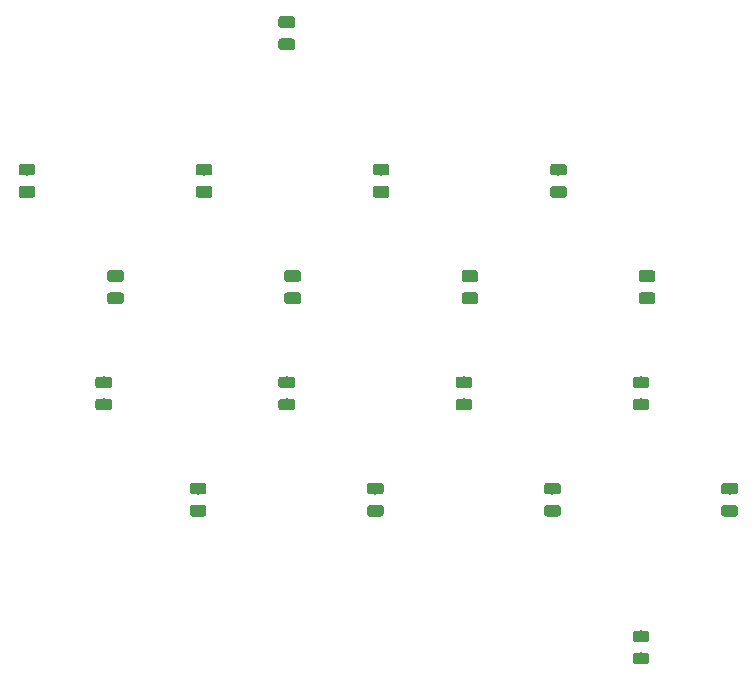
<source format=gbr>
G04 #@! TF.GenerationSoftware,KiCad,Pcbnew,(5.1.4)-1*
G04 #@! TF.CreationDate,2019-10-26T20:51:08-05:00*
G04 #@! TF.ProjectId,BPSMinionConnector,4250534d-696e-4696-9f6e-436f6e6e6563,rev?*
G04 #@! TF.SameCoordinates,Original*
G04 #@! TF.FileFunction,Paste,Bot*
G04 #@! TF.FilePolarity,Positive*
%FSLAX46Y46*%
G04 Gerber Fmt 4.6, Leading zero omitted, Abs format (unit mm)*
G04 Created by KiCad (PCBNEW (5.1.4)-1) date 2019-10-26 20:51:08*
%MOMM*%
%LPD*%
G04 APERTURE LIST*
%ADD10C,0.100000*%
%ADD11C,0.975000*%
G04 APERTURE END LIST*
D10*
G36*
X175480142Y-98951174D02*
G01*
X175503803Y-98954684D01*
X175527007Y-98960496D01*
X175549529Y-98968554D01*
X175571153Y-98978782D01*
X175591670Y-98991079D01*
X175610883Y-99005329D01*
X175628607Y-99021393D01*
X175644671Y-99039117D01*
X175658921Y-99058330D01*
X175671218Y-99078847D01*
X175681446Y-99100471D01*
X175689504Y-99122993D01*
X175695316Y-99146197D01*
X175698826Y-99169858D01*
X175700000Y-99193750D01*
X175700000Y-99681250D01*
X175698826Y-99705142D01*
X175695316Y-99728803D01*
X175689504Y-99752007D01*
X175681446Y-99774529D01*
X175671218Y-99796153D01*
X175658921Y-99816670D01*
X175644671Y-99835883D01*
X175628607Y-99853607D01*
X175610883Y-99869671D01*
X175591670Y-99883921D01*
X175571153Y-99896218D01*
X175549529Y-99906446D01*
X175527007Y-99914504D01*
X175503803Y-99920316D01*
X175480142Y-99923826D01*
X175456250Y-99925000D01*
X174543750Y-99925000D01*
X174519858Y-99923826D01*
X174496197Y-99920316D01*
X174472993Y-99914504D01*
X174450471Y-99906446D01*
X174428847Y-99896218D01*
X174408330Y-99883921D01*
X174389117Y-99869671D01*
X174371393Y-99853607D01*
X174355329Y-99835883D01*
X174341079Y-99816670D01*
X174328782Y-99796153D01*
X174318554Y-99774529D01*
X174310496Y-99752007D01*
X174304684Y-99728803D01*
X174301174Y-99705142D01*
X174300000Y-99681250D01*
X174300000Y-99193750D01*
X174301174Y-99169858D01*
X174304684Y-99146197D01*
X174310496Y-99122993D01*
X174318554Y-99100471D01*
X174328782Y-99078847D01*
X174341079Y-99058330D01*
X174355329Y-99039117D01*
X174371393Y-99021393D01*
X174389117Y-99005329D01*
X174408330Y-98991079D01*
X174428847Y-98978782D01*
X174450471Y-98968554D01*
X174472993Y-98960496D01*
X174496197Y-98954684D01*
X174519858Y-98951174D01*
X174543750Y-98950000D01*
X175456250Y-98950000D01*
X175480142Y-98951174D01*
X175480142Y-98951174D01*
G37*
D11*
X175000000Y-99437500D03*
D10*
G36*
X175480142Y-97076174D02*
G01*
X175503803Y-97079684D01*
X175527007Y-97085496D01*
X175549529Y-97093554D01*
X175571153Y-97103782D01*
X175591670Y-97116079D01*
X175610883Y-97130329D01*
X175628607Y-97146393D01*
X175644671Y-97164117D01*
X175658921Y-97183330D01*
X175671218Y-97203847D01*
X175681446Y-97225471D01*
X175689504Y-97247993D01*
X175695316Y-97271197D01*
X175698826Y-97294858D01*
X175700000Y-97318750D01*
X175700000Y-97806250D01*
X175698826Y-97830142D01*
X175695316Y-97853803D01*
X175689504Y-97877007D01*
X175681446Y-97899529D01*
X175671218Y-97921153D01*
X175658921Y-97941670D01*
X175644671Y-97960883D01*
X175628607Y-97978607D01*
X175610883Y-97994671D01*
X175591670Y-98008921D01*
X175571153Y-98021218D01*
X175549529Y-98031446D01*
X175527007Y-98039504D01*
X175503803Y-98045316D01*
X175480142Y-98048826D01*
X175456250Y-98050000D01*
X174543750Y-98050000D01*
X174519858Y-98048826D01*
X174496197Y-98045316D01*
X174472993Y-98039504D01*
X174450471Y-98031446D01*
X174428847Y-98021218D01*
X174408330Y-98008921D01*
X174389117Y-97994671D01*
X174371393Y-97978607D01*
X174355329Y-97960883D01*
X174341079Y-97941670D01*
X174328782Y-97921153D01*
X174318554Y-97899529D01*
X174310496Y-97877007D01*
X174304684Y-97853803D01*
X174301174Y-97830142D01*
X174300000Y-97806250D01*
X174300000Y-97318750D01*
X174301174Y-97294858D01*
X174304684Y-97271197D01*
X174310496Y-97247993D01*
X174318554Y-97225471D01*
X174328782Y-97203847D01*
X174341079Y-97183330D01*
X174355329Y-97164117D01*
X174371393Y-97146393D01*
X174389117Y-97130329D01*
X174408330Y-97116079D01*
X174428847Y-97103782D01*
X174450471Y-97093554D01*
X174472993Y-97085496D01*
X174496197Y-97079684D01*
X174519858Y-97076174D01*
X174543750Y-97075000D01*
X175456250Y-97075000D01*
X175480142Y-97076174D01*
X175480142Y-97076174D01*
G37*
D11*
X175000000Y-97562500D03*
D10*
G36*
X182480142Y-116951174D02*
G01*
X182503803Y-116954684D01*
X182527007Y-116960496D01*
X182549529Y-116968554D01*
X182571153Y-116978782D01*
X182591670Y-116991079D01*
X182610883Y-117005329D01*
X182628607Y-117021393D01*
X182644671Y-117039117D01*
X182658921Y-117058330D01*
X182671218Y-117078847D01*
X182681446Y-117100471D01*
X182689504Y-117122993D01*
X182695316Y-117146197D01*
X182698826Y-117169858D01*
X182700000Y-117193750D01*
X182700000Y-117681250D01*
X182698826Y-117705142D01*
X182695316Y-117728803D01*
X182689504Y-117752007D01*
X182681446Y-117774529D01*
X182671218Y-117796153D01*
X182658921Y-117816670D01*
X182644671Y-117835883D01*
X182628607Y-117853607D01*
X182610883Y-117869671D01*
X182591670Y-117883921D01*
X182571153Y-117896218D01*
X182549529Y-117906446D01*
X182527007Y-117914504D01*
X182503803Y-117920316D01*
X182480142Y-117923826D01*
X182456250Y-117925000D01*
X181543750Y-117925000D01*
X181519858Y-117923826D01*
X181496197Y-117920316D01*
X181472993Y-117914504D01*
X181450471Y-117906446D01*
X181428847Y-117896218D01*
X181408330Y-117883921D01*
X181389117Y-117869671D01*
X181371393Y-117853607D01*
X181355329Y-117835883D01*
X181341079Y-117816670D01*
X181328782Y-117796153D01*
X181318554Y-117774529D01*
X181310496Y-117752007D01*
X181304684Y-117728803D01*
X181301174Y-117705142D01*
X181300000Y-117681250D01*
X181300000Y-117193750D01*
X181301174Y-117169858D01*
X181304684Y-117146197D01*
X181310496Y-117122993D01*
X181318554Y-117100471D01*
X181328782Y-117078847D01*
X181341079Y-117058330D01*
X181355329Y-117039117D01*
X181371393Y-117021393D01*
X181389117Y-117005329D01*
X181408330Y-116991079D01*
X181428847Y-116978782D01*
X181450471Y-116968554D01*
X181472993Y-116960496D01*
X181496197Y-116954684D01*
X181519858Y-116951174D01*
X181543750Y-116950000D01*
X182456250Y-116950000D01*
X182480142Y-116951174D01*
X182480142Y-116951174D01*
G37*
D11*
X182000000Y-117437500D03*
D10*
G36*
X182480142Y-115076174D02*
G01*
X182503803Y-115079684D01*
X182527007Y-115085496D01*
X182549529Y-115093554D01*
X182571153Y-115103782D01*
X182591670Y-115116079D01*
X182610883Y-115130329D01*
X182628607Y-115146393D01*
X182644671Y-115164117D01*
X182658921Y-115183330D01*
X182671218Y-115203847D01*
X182681446Y-115225471D01*
X182689504Y-115247993D01*
X182695316Y-115271197D01*
X182698826Y-115294858D01*
X182700000Y-115318750D01*
X182700000Y-115806250D01*
X182698826Y-115830142D01*
X182695316Y-115853803D01*
X182689504Y-115877007D01*
X182681446Y-115899529D01*
X182671218Y-115921153D01*
X182658921Y-115941670D01*
X182644671Y-115960883D01*
X182628607Y-115978607D01*
X182610883Y-115994671D01*
X182591670Y-116008921D01*
X182571153Y-116021218D01*
X182549529Y-116031446D01*
X182527007Y-116039504D01*
X182503803Y-116045316D01*
X182480142Y-116048826D01*
X182456250Y-116050000D01*
X181543750Y-116050000D01*
X181519858Y-116048826D01*
X181496197Y-116045316D01*
X181472993Y-116039504D01*
X181450471Y-116031446D01*
X181428847Y-116021218D01*
X181408330Y-116008921D01*
X181389117Y-115994671D01*
X181371393Y-115978607D01*
X181355329Y-115960883D01*
X181341079Y-115941670D01*
X181328782Y-115921153D01*
X181318554Y-115899529D01*
X181310496Y-115877007D01*
X181304684Y-115853803D01*
X181301174Y-115830142D01*
X181300000Y-115806250D01*
X181300000Y-115318750D01*
X181301174Y-115294858D01*
X181304684Y-115271197D01*
X181310496Y-115247993D01*
X181318554Y-115225471D01*
X181328782Y-115203847D01*
X181341079Y-115183330D01*
X181355329Y-115164117D01*
X181371393Y-115146393D01*
X181389117Y-115130329D01*
X181408330Y-115116079D01*
X181428847Y-115103782D01*
X181450471Y-115093554D01*
X181472993Y-115085496D01*
X181496197Y-115079684D01*
X181519858Y-115076174D01*
X181543750Y-115075000D01*
X182456250Y-115075000D01*
X182480142Y-115076174D01*
X182480142Y-115076174D01*
G37*
D11*
X182000000Y-115562500D03*
D10*
G36*
X167980142Y-89951174D02*
G01*
X168003803Y-89954684D01*
X168027007Y-89960496D01*
X168049529Y-89968554D01*
X168071153Y-89978782D01*
X168091670Y-89991079D01*
X168110883Y-90005329D01*
X168128607Y-90021393D01*
X168144671Y-90039117D01*
X168158921Y-90058330D01*
X168171218Y-90078847D01*
X168181446Y-90100471D01*
X168189504Y-90122993D01*
X168195316Y-90146197D01*
X168198826Y-90169858D01*
X168200000Y-90193750D01*
X168200000Y-90681250D01*
X168198826Y-90705142D01*
X168195316Y-90728803D01*
X168189504Y-90752007D01*
X168181446Y-90774529D01*
X168171218Y-90796153D01*
X168158921Y-90816670D01*
X168144671Y-90835883D01*
X168128607Y-90853607D01*
X168110883Y-90869671D01*
X168091670Y-90883921D01*
X168071153Y-90896218D01*
X168049529Y-90906446D01*
X168027007Y-90914504D01*
X168003803Y-90920316D01*
X167980142Y-90923826D01*
X167956250Y-90925000D01*
X167043750Y-90925000D01*
X167019858Y-90923826D01*
X166996197Y-90920316D01*
X166972993Y-90914504D01*
X166950471Y-90906446D01*
X166928847Y-90896218D01*
X166908330Y-90883921D01*
X166889117Y-90869671D01*
X166871393Y-90853607D01*
X166855329Y-90835883D01*
X166841079Y-90816670D01*
X166828782Y-90796153D01*
X166818554Y-90774529D01*
X166810496Y-90752007D01*
X166804684Y-90728803D01*
X166801174Y-90705142D01*
X166800000Y-90681250D01*
X166800000Y-90193750D01*
X166801174Y-90169858D01*
X166804684Y-90146197D01*
X166810496Y-90122993D01*
X166818554Y-90100471D01*
X166828782Y-90078847D01*
X166841079Y-90058330D01*
X166855329Y-90039117D01*
X166871393Y-90021393D01*
X166889117Y-90005329D01*
X166908330Y-89991079D01*
X166928847Y-89978782D01*
X166950471Y-89968554D01*
X166972993Y-89960496D01*
X166996197Y-89954684D01*
X167019858Y-89951174D01*
X167043750Y-89950000D01*
X167956250Y-89950000D01*
X167980142Y-89951174D01*
X167980142Y-89951174D01*
G37*
D11*
X167500000Y-90437500D03*
D10*
G36*
X167980142Y-88076174D02*
G01*
X168003803Y-88079684D01*
X168027007Y-88085496D01*
X168049529Y-88093554D01*
X168071153Y-88103782D01*
X168091670Y-88116079D01*
X168110883Y-88130329D01*
X168128607Y-88146393D01*
X168144671Y-88164117D01*
X168158921Y-88183330D01*
X168171218Y-88203847D01*
X168181446Y-88225471D01*
X168189504Y-88247993D01*
X168195316Y-88271197D01*
X168198826Y-88294858D01*
X168200000Y-88318750D01*
X168200000Y-88806250D01*
X168198826Y-88830142D01*
X168195316Y-88853803D01*
X168189504Y-88877007D01*
X168181446Y-88899529D01*
X168171218Y-88921153D01*
X168158921Y-88941670D01*
X168144671Y-88960883D01*
X168128607Y-88978607D01*
X168110883Y-88994671D01*
X168091670Y-89008921D01*
X168071153Y-89021218D01*
X168049529Y-89031446D01*
X168027007Y-89039504D01*
X168003803Y-89045316D01*
X167980142Y-89048826D01*
X167956250Y-89050000D01*
X167043750Y-89050000D01*
X167019858Y-89048826D01*
X166996197Y-89045316D01*
X166972993Y-89039504D01*
X166950471Y-89031446D01*
X166928847Y-89021218D01*
X166908330Y-89008921D01*
X166889117Y-88994671D01*
X166871393Y-88978607D01*
X166855329Y-88960883D01*
X166841079Y-88941670D01*
X166828782Y-88921153D01*
X166818554Y-88899529D01*
X166810496Y-88877007D01*
X166804684Y-88853803D01*
X166801174Y-88830142D01*
X166800000Y-88806250D01*
X166800000Y-88318750D01*
X166801174Y-88294858D01*
X166804684Y-88271197D01*
X166810496Y-88247993D01*
X166818554Y-88225471D01*
X166828782Y-88203847D01*
X166841079Y-88183330D01*
X166855329Y-88164117D01*
X166871393Y-88146393D01*
X166889117Y-88130329D01*
X166908330Y-88116079D01*
X166928847Y-88103782D01*
X166950471Y-88093554D01*
X166972993Y-88085496D01*
X166996197Y-88079684D01*
X167019858Y-88076174D01*
X167043750Y-88075000D01*
X167956250Y-88075000D01*
X167980142Y-88076174D01*
X167980142Y-88076174D01*
G37*
D11*
X167500000Y-88562500D03*
D10*
G36*
X174980142Y-107951174D02*
G01*
X175003803Y-107954684D01*
X175027007Y-107960496D01*
X175049529Y-107968554D01*
X175071153Y-107978782D01*
X175091670Y-107991079D01*
X175110883Y-108005329D01*
X175128607Y-108021393D01*
X175144671Y-108039117D01*
X175158921Y-108058330D01*
X175171218Y-108078847D01*
X175181446Y-108100471D01*
X175189504Y-108122993D01*
X175195316Y-108146197D01*
X175198826Y-108169858D01*
X175200000Y-108193750D01*
X175200000Y-108681250D01*
X175198826Y-108705142D01*
X175195316Y-108728803D01*
X175189504Y-108752007D01*
X175181446Y-108774529D01*
X175171218Y-108796153D01*
X175158921Y-108816670D01*
X175144671Y-108835883D01*
X175128607Y-108853607D01*
X175110883Y-108869671D01*
X175091670Y-108883921D01*
X175071153Y-108896218D01*
X175049529Y-108906446D01*
X175027007Y-108914504D01*
X175003803Y-108920316D01*
X174980142Y-108923826D01*
X174956250Y-108925000D01*
X174043750Y-108925000D01*
X174019858Y-108923826D01*
X173996197Y-108920316D01*
X173972993Y-108914504D01*
X173950471Y-108906446D01*
X173928847Y-108896218D01*
X173908330Y-108883921D01*
X173889117Y-108869671D01*
X173871393Y-108853607D01*
X173855329Y-108835883D01*
X173841079Y-108816670D01*
X173828782Y-108796153D01*
X173818554Y-108774529D01*
X173810496Y-108752007D01*
X173804684Y-108728803D01*
X173801174Y-108705142D01*
X173800000Y-108681250D01*
X173800000Y-108193750D01*
X173801174Y-108169858D01*
X173804684Y-108146197D01*
X173810496Y-108122993D01*
X173818554Y-108100471D01*
X173828782Y-108078847D01*
X173841079Y-108058330D01*
X173855329Y-108039117D01*
X173871393Y-108021393D01*
X173889117Y-108005329D01*
X173908330Y-107991079D01*
X173928847Y-107978782D01*
X173950471Y-107968554D01*
X173972993Y-107960496D01*
X173996197Y-107954684D01*
X174019858Y-107951174D01*
X174043750Y-107950000D01*
X174956250Y-107950000D01*
X174980142Y-107951174D01*
X174980142Y-107951174D01*
G37*
D11*
X174500000Y-108437500D03*
D10*
G36*
X174980142Y-106076174D02*
G01*
X175003803Y-106079684D01*
X175027007Y-106085496D01*
X175049529Y-106093554D01*
X175071153Y-106103782D01*
X175091670Y-106116079D01*
X175110883Y-106130329D01*
X175128607Y-106146393D01*
X175144671Y-106164117D01*
X175158921Y-106183330D01*
X175171218Y-106203847D01*
X175181446Y-106225471D01*
X175189504Y-106247993D01*
X175195316Y-106271197D01*
X175198826Y-106294858D01*
X175200000Y-106318750D01*
X175200000Y-106806250D01*
X175198826Y-106830142D01*
X175195316Y-106853803D01*
X175189504Y-106877007D01*
X175181446Y-106899529D01*
X175171218Y-106921153D01*
X175158921Y-106941670D01*
X175144671Y-106960883D01*
X175128607Y-106978607D01*
X175110883Y-106994671D01*
X175091670Y-107008921D01*
X175071153Y-107021218D01*
X175049529Y-107031446D01*
X175027007Y-107039504D01*
X175003803Y-107045316D01*
X174980142Y-107048826D01*
X174956250Y-107050000D01*
X174043750Y-107050000D01*
X174019858Y-107048826D01*
X173996197Y-107045316D01*
X173972993Y-107039504D01*
X173950471Y-107031446D01*
X173928847Y-107021218D01*
X173908330Y-107008921D01*
X173889117Y-106994671D01*
X173871393Y-106978607D01*
X173855329Y-106960883D01*
X173841079Y-106941670D01*
X173828782Y-106921153D01*
X173818554Y-106899529D01*
X173810496Y-106877007D01*
X173804684Y-106853803D01*
X173801174Y-106830142D01*
X173800000Y-106806250D01*
X173800000Y-106318750D01*
X173801174Y-106294858D01*
X173804684Y-106271197D01*
X173810496Y-106247993D01*
X173818554Y-106225471D01*
X173828782Y-106203847D01*
X173841079Y-106183330D01*
X173855329Y-106164117D01*
X173871393Y-106146393D01*
X173889117Y-106130329D01*
X173908330Y-106116079D01*
X173928847Y-106103782D01*
X173950471Y-106093554D01*
X173972993Y-106085496D01*
X173996197Y-106079684D01*
X174019858Y-106076174D01*
X174043750Y-106075000D01*
X174956250Y-106075000D01*
X174980142Y-106076174D01*
X174980142Y-106076174D01*
G37*
D11*
X174500000Y-106562500D03*
D10*
G36*
X160480142Y-98951174D02*
G01*
X160503803Y-98954684D01*
X160527007Y-98960496D01*
X160549529Y-98968554D01*
X160571153Y-98978782D01*
X160591670Y-98991079D01*
X160610883Y-99005329D01*
X160628607Y-99021393D01*
X160644671Y-99039117D01*
X160658921Y-99058330D01*
X160671218Y-99078847D01*
X160681446Y-99100471D01*
X160689504Y-99122993D01*
X160695316Y-99146197D01*
X160698826Y-99169858D01*
X160700000Y-99193750D01*
X160700000Y-99681250D01*
X160698826Y-99705142D01*
X160695316Y-99728803D01*
X160689504Y-99752007D01*
X160681446Y-99774529D01*
X160671218Y-99796153D01*
X160658921Y-99816670D01*
X160644671Y-99835883D01*
X160628607Y-99853607D01*
X160610883Y-99869671D01*
X160591670Y-99883921D01*
X160571153Y-99896218D01*
X160549529Y-99906446D01*
X160527007Y-99914504D01*
X160503803Y-99920316D01*
X160480142Y-99923826D01*
X160456250Y-99925000D01*
X159543750Y-99925000D01*
X159519858Y-99923826D01*
X159496197Y-99920316D01*
X159472993Y-99914504D01*
X159450471Y-99906446D01*
X159428847Y-99896218D01*
X159408330Y-99883921D01*
X159389117Y-99869671D01*
X159371393Y-99853607D01*
X159355329Y-99835883D01*
X159341079Y-99816670D01*
X159328782Y-99796153D01*
X159318554Y-99774529D01*
X159310496Y-99752007D01*
X159304684Y-99728803D01*
X159301174Y-99705142D01*
X159300000Y-99681250D01*
X159300000Y-99193750D01*
X159301174Y-99169858D01*
X159304684Y-99146197D01*
X159310496Y-99122993D01*
X159318554Y-99100471D01*
X159328782Y-99078847D01*
X159341079Y-99058330D01*
X159355329Y-99039117D01*
X159371393Y-99021393D01*
X159389117Y-99005329D01*
X159408330Y-98991079D01*
X159428847Y-98978782D01*
X159450471Y-98968554D01*
X159472993Y-98960496D01*
X159496197Y-98954684D01*
X159519858Y-98951174D01*
X159543750Y-98950000D01*
X160456250Y-98950000D01*
X160480142Y-98951174D01*
X160480142Y-98951174D01*
G37*
D11*
X160000000Y-99437500D03*
D10*
G36*
X160480142Y-97076174D02*
G01*
X160503803Y-97079684D01*
X160527007Y-97085496D01*
X160549529Y-97093554D01*
X160571153Y-97103782D01*
X160591670Y-97116079D01*
X160610883Y-97130329D01*
X160628607Y-97146393D01*
X160644671Y-97164117D01*
X160658921Y-97183330D01*
X160671218Y-97203847D01*
X160681446Y-97225471D01*
X160689504Y-97247993D01*
X160695316Y-97271197D01*
X160698826Y-97294858D01*
X160700000Y-97318750D01*
X160700000Y-97806250D01*
X160698826Y-97830142D01*
X160695316Y-97853803D01*
X160689504Y-97877007D01*
X160681446Y-97899529D01*
X160671218Y-97921153D01*
X160658921Y-97941670D01*
X160644671Y-97960883D01*
X160628607Y-97978607D01*
X160610883Y-97994671D01*
X160591670Y-98008921D01*
X160571153Y-98021218D01*
X160549529Y-98031446D01*
X160527007Y-98039504D01*
X160503803Y-98045316D01*
X160480142Y-98048826D01*
X160456250Y-98050000D01*
X159543750Y-98050000D01*
X159519858Y-98048826D01*
X159496197Y-98045316D01*
X159472993Y-98039504D01*
X159450471Y-98031446D01*
X159428847Y-98021218D01*
X159408330Y-98008921D01*
X159389117Y-97994671D01*
X159371393Y-97978607D01*
X159355329Y-97960883D01*
X159341079Y-97941670D01*
X159328782Y-97921153D01*
X159318554Y-97899529D01*
X159310496Y-97877007D01*
X159304684Y-97853803D01*
X159301174Y-97830142D01*
X159300000Y-97806250D01*
X159300000Y-97318750D01*
X159301174Y-97294858D01*
X159304684Y-97271197D01*
X159310496Y-97247993D01*
X159318554Y-97225471D01*
X159328782Y-97203847D01*
X159341079Y-97183330D01*
X159355329Y-97164117D01*
X159371393Y-97146393D01*
X159389117Y-97130329D01*
X159408330Y-97116079D01*
X159428847Y-97103782D01*
X159450471Y-97093554D01*
X159472993Y-97085496D01*
X159496197Y-97079684D01*
X159519858Y-97076174D01*
X159543750Y-97075000D01*
X160456250Y-97075000D01*
X160480142Y-97076174D01*
X160480142Y-97076174D01*
G37*
D11*
X160000000Y-97562500D03*
D10*
G36*
X167480142Y-115076174D02*
G01*
X167503803Y-115079684D01*
X167527007Y-115085496D01*
X167549529Y-115093554D01*
X167571153Y-115103782D01*
X167591670Y-115116079D01*
X167610883Y-115130329D01*
X167628607Y-115146393D01*
X167644671Y-115164117D01*
X167658921Y-115183330D01*
X167671218Y-115203847D01*
X167681446Y-115225471D01*
X167689504Y-115247993D01*
X167695316Y-115271197D01*
X167698826Y-115294858D01*
X167700000Y-115318750D01*
X167700000Y-115806250D01*
X167698826Y-115830142D01*
X167695316Y-115853803D01*
X167689504Y-115877007D01*
X167681446Y-115899529D01*
X167671218Y-115921153D01*
X167658921Y-115941670D01*
X167644671Y-115960883D01*
X167628607Y-115978607D01*
X167610883Y-115994671D01*
X167591670Y-116008921D01*
X167571153Y-116021218D01*
X167549529Y-116031446D01*
X167527007Y-116039504D01*
X167503803Y-116045316D01*
X167480142Y-116048826D01*
X167456250Y-116050000D01*
X166543750Y-116050000D01*
X166519858Y-116048826D01*
X166496197Y-116045316D01*
X166472993Y-116039504D01*
X166450471Y-116031446D01*
X166428847Y-116021218D01*
X166408330Y-116008921D01*
X166389117Y-115994671D01*
X166371393Y-115978607D01*
X166355329Y-115960883D01*
X166341079Y-115941670D01*
X166328782Y-115921153D01*
X166318554Y-115899529D01*
X166310496Y-115877007D01*
X166304684Y-115853803D01*
X166301174Y-115830142D01*
X166300000Y-115806250D01*
X166300000Y-115318750D01*
X166301174Y-115294858D01*
X166304684Y-115271197D01*
X166310496Y-115247993D01*
X166318554Y-115225471D01*
X166328782Y-115203847D01*
X166341079Y-115183330D01*
X166355329Y-115164117D01*
X166371393Y-115146393D01*
X166389117Y-115130329D01*
X166408330Y-115116079D01*
X166428847Y-115103782D01*
X166450471Y-115093554D01*
X166472993Y-115085496D01*
X166496197Y-115079684D01*
X166519858Y-115076174D01*
X166543750Y-115075000D01*
X167456250Y-115075000D01*
X167480142Y-115076174D01*
X167480142Y-115076174D01*
G37*
D11*
X167000000Y-115562500D03*
D10*
G36*
X167480142Y-116951174D02*
G01*
X167503803Y-116954684D01*
X167527007Y-116960496D01*
X167549529Y-116968554D01*
X167571153Y-116978782D01*
X167591670Y-116991079D01*
X167610883Y-117005329D01*
X167628607Y-117021393D01*
X167644671Y-117039117D01*
X167658921Y-117058330D01*
X167671218Y-117078847D01*
X167681446Y-117100471D01*
X167689504Y-117122993D01*
X167695316Y-117146197D01*
X167698826Y-117169858D01*
X167700000Y-117193750D01*
X167700000Y-117681250D01*
X167698826Y-117705142D01*
X167695316Y-117728803D01*
X167689504Y-117752007D01*
X167681446Y-117774529D01*
X167671218Y-117796153D01*
X167658921Y-117816670D01*
X167644671Y-117835883D01*
X167628607Y-117853607D01*
X167610883Y-117869671D01*
X167591670Y-117883921D01*
X167571153Y-117896218D01*
X167549529Y-117906446D01*
X167527007Y-117914504D01*
X167503803Y-117920316D01*
X167480142Y-117923826D01*
X167456250Y-117925000D01*
X166543750Y-117925000D01*
X166519858Y-117923826D01*
X166496197Y-117920316D01*
X166472993Y-117914504D01*
X166450471Y-117906446D01*
X166428847Y-117896218D01*
X166408330Y-117883921D01*
X166389117Y-117869671D01*
X166371393Y-117853607D01*
X166355329Y-117835883D01*
X166341079Y-117816670D01*
X166328782Y-117796153D01*
X166318554Y-117774529D01*
X166310496Y-117752007D01*
X166304684Y-117728803D01*
X166301174Y-117705142D01*
X166300000Y-117681250D01*
X166300000Y-117193750D01*
X166301174Y-117169858D01*
X166304684Y-117146197D01*
X166310496Y-117122993D01*
X166318554Y-117100471D01*
X166328782Y-117078847D01*
X166341079Y-117058330D01*
X166355329Y-117039117D01*
X166371393Y-117021393D01*
X166389117Y-117005329D01*
X166408330Y-116991079D01*
X166428847Y-116978782D01*
X166450471Y-116968554D01*
X166472993Y-116960496D01*
X166496197Y-116954684D01*
X166519858Y-116951174D01*
X166543750Y-116950000D01*
X167456250Y-116950000D01*
X167480142Y-116951174D01*
X167480142Y-116951174D01*
G37*
D11*
X167000000Y-117437500D03*
D10*
G36*
X152980142Y-88076174D02*
G01*
X153003803Y-88079684D01*
X153027007Y-88085496D01*
X153049529Y-88093554D01*
X153071153Y-88103782D01*
X153091670Y-88116079D01*
X153110883Y-88130329D01*
X153128607Y-88146393D01*
X153144671Y-88164117D01*
X153158921Y-88183330D01*
X153171218Y-88203847D01*
X153181446Y-88225471D01*
X153189504Y-88247993D01*
X153195316Y-88271197D01*
X153198826Y-88294858D01*
X153200000Y-88318750D01*
X153200000Y-88806250D01*
X153198826Y-88830142D01*
X153195316Y-88853803D01*
X153189504Y-88877007D01*
X153181446Y-88899529D01*
X153171218Y-88921153D01*
X153158921Y-88941670D01*
X153144671Y-88960883D01*
X153128607Y-88978607D01*
X153110883Y-88994671D01*
X153091670Y-89008921D01*
X153071153Y-89021218D01*
X153049529Y-89031446D01*
X153027007Y-89039504D01*
X153003803Y-89045316D01*
X152980142Y-89048826D01*
X152956250Y-89050000D01*
X152043750Y-89050000D01*
X152019858Y-89048826D01*
X151996197Y-89045316D01*
X151972993Y-89039504D01*
X151950471Y-89031446D01*
X151928847Y-89021218D01*
X151908330Y-89008921D01*
X151889117Y-88994671D01*
X151871393Y-88978607D01*
X151855329Y-88960883D01*
X151841079Y-88941670D01*
X151828782Y-88921153D01*
X151818554Y-88899529D01*
X151810496Y-88877007D01*
X151804684Y-88853803D01*
X151801174Y-88830142D01*
X151800000Y-88806250D01*
X151800000Y-88318750D01*
X151801174Y-88294858D01*
X151804684Y-88271197D01*
X151810496Y-88247993D01*
X151818554Y-88225471D01*
X151828782Y-88203847D01*
X151841079Y-88183330D01*
X151855329Y-88164117D01*
X151871393Y-88146393D01*
X151889117Y-88130329D01*
X151908330Y-88116079D01*
X151928847Y-88103782D01*
X151950471Y-88093554D01*
X151972993Y-88085496D01*
X151996197Y-88079684D01*
X152019858Y-88076174D01*
X152043750Y-88075000D01*
X152956250Y-88075000D01*
X152980142Y-88076174D01*
X152980142Y-88076174D01*
G37*
D11*
X152500000Y-88562500D03*
D10*
G36*
X152980142Y-89951174D02*
G01*
X153003803Y-89954684D01*
X153027007Y-89960496D01*
X153049529Y-89968554D01*
X153071153Y-89978782D01*
X153091670Y-89991079D01*
X153110883Y-90005329D01*
X153128607Y-90021393D01*
X153144671Y-90039117D01*
X153158921Y-90058330D01*
X153171218Y-90078847D01*
X153181446Y-90100471D01*
X153189504Y-90122993D01*
X153195316Y-90146197D01*
X153198826Y-90169858D01*
X153200000Y-90193750D01*
X153200000Y-90681250D01*
X153198826Y-90705142D01*
X153195316Y-90728803D01*
X153189504Y-90752007D01*
X153181446Y-90774529D01*
X153171218Y-90796153D01*
X153158921Y-90816670D01*
X153144671Y-90835883D01*
X153128607Y-90853607D01*
X153110883Y-90869671D01*
X153091670Y-90883921D01*
X153071153Y-90896218D01*
X153049529Y-90906446D01*
X153027007Y-90914504D01*
X153003803Y-90920316D01*
X152980142Y-90923826D01*
X152956250Y-90925000D01*
X152043750Y-90925000D01*
X152019858Y-90923826D01*
X151996197Y-90920316D01*
X151972993Y-90914504D01*
X151950471Y-90906446D01*
X151928847Y-90896218D01*
X151908330Y-90883921D01*
X151889117Y-90869671D01*
X151871393Y-90853607D01*
X151855329Y-90835883D01*
X151841079Y-90816670D01*
X151828782Y-90796153D01*
X151818554Y-90774529D01*
X151810496Y-90752007D01*
X151804684Y-90728803D01*
X151801174Y-90705142D01*
X151800000Y-90681250D01*
X151800000Y-90193750D01*
X151801174Y-90169858D01*
X151804684Y-90146197D01*
X151810496Y-90122993D01*
X151818554Y-90100471D01*
X151828782Y-90078847D01*
X151841079Y-90058330D01*
X151855329Y-90039117D01*
X151871393Y-90021393D01*
X151889117Y-90005329D01*
X151908330Y-89991079D01*
X151928847Y-89978782D01*
X151950471Y-89968554D01*
X151972993Y-89960496D01*
X151996197Y-89954684D01*
X152019858Y-89951174D01*
X152043750Y-89950000D01*
X152956250Y-89950000D01*
X152980142Y-89951174D01*
X152980142Y-89951174D01*
G37*
D11*
X152500000Y-90437500D03*
D10*
G36*
X159980142Y-107951174D02*
G01*
X160003803Y-107954684D01*
X160027007Y-107960496D01*
X160049529Y-107968554D01*
X160071153Y-107978782D01*
X160091670Y-107991079D01*
X160110883Y-108005329D01*
X160128607Y-108021393D01*
X160144671Y-108039117D01*
X160158921Y-108058330D01*
X160171218Y-108078847D01*
X160181446Y-108100471D01*
X160189504Y-108122993D01*
X160195316Y-108146197D01*
X160198826Y-108169858D01*
X160200000Y-108193750D01*
X160200000Y-108681250D01*
X160198826Y-108705142D01*
X160195316Y-108728803D01*
X160189504Y-108752007D01*
X160181446Y-108774529D01*
X160171218Y-108796153D01*
X160158921Y-108816670D01*
X160144671Y-108835883D01*
X160128607Y-108853607D01*
X160110883Y-108869671D01*
X160091670Y-108883921D01*
X160071153Y-108896218D01*
X160049529Y-108906446D01*
X160027007Y-108914504D01*
X160003803Y-108920316D01*
X159980142Y-108923826D01*
X159956250Y-108925000D01*
X159043750Y-108925000D01*
X159019858Y-108923826D01*
X158996197Y-108920316D01*
X158972993Y-108914504D01*
X158950471Y-108906446D01*
X158928847Y-108896218D01*
X158908330Y-108883921D01*
X158889117Y-108869671D01*
X158871393Y-108853607D01*
X158855329Y-108835883D01*
X158841079Y-108816670D01*
X158828782Y-108796153D01*
X158818554Y-108774529D01*
X158810496Y-108752007D01*
X158804684Y-108728803D01*
X158801174Y-108705142D01*
X158800000Y-108681250D01*
X158800000Y-108193750D01*
X158801174Y-108169858D01*
X158804684Y-108146197D01*
X158810496Y-108122993D01*
X158818554Y-108100471D01*
X158828782Y-108078847D01*
X158841079Y-108058330D01*
X158855329Y-108039117D01*
X158871393Y-108021393D01*
X158889117Y-108005329D01*
X158908330Y-107991079D01*
X158928847Y-107978782D01*
X158950471Y-107968554D01*
X158972993Y-107960496D01*
X158996197Y-107954684D01*
X159019858Y-107951174D01*
X159043750Y-107950000D01*
X159956250Y-107950000D01*
X159980142Y-107951174D01*
X159980142Y-107951174D01*
G37*
D11*
X159500000Y-108437500D03*
D10*
G36*
X159980142Y-106076174D02*
G01*
X160003803Y-106079684D01*
X160027007Y-106085496D01*
X160049529Y-106093554D01*
X160071153Y-106103782D01*
X160091670Y-106116079D01*
X160110883Y-106130329D01*
X160128607Y-106146393D01*
X160144671Y-106164117D01*
X160158921Y-106183330D01*
X160171218Y-106203847D01*
X160181446Y-106225471D01*
X160189504Y-106247993D01*
X160195316Y-106271197D01*
X160198826Y-106294858D01*
X160200000Y-106318750D01*
X160200000Y-106806250D01*
X160198826Y-106830142D01*
X160195316Y-106853803D01*
X160189504Y-106877007D01*
X160181446Y-106899529D01*
X160171218Y-106921153D01*
X160158921Y-106941670D01*
X160144671Y-106960883D01*
X160128607Y-106978607D01*
X160110883Y-106994671D01*
X160091670Y-107008921D01*
X160071153Y-107021218D01*
X160049529Y-107031446D01*
X160027007Y-107039504D01*
X160003803Y-107045316D01*
X159980142Y-107048826D01*
X159956250Y-107050000D01*
X159043750Y-107050000D01*
X159019858Y-107048826D01*
X158996197Y-107045316D01*
X158972993Y-107039504D01*
X158950471Y-107031446D01*
X158928847Y-107021218D01*
X158908330Y-107008921D01*
X158889117Y-106994671D01*
X158871393Y-106978607D01*
X158855329Y-106960883D01*
X158841079Y-106941670D01*
X158828782Y-106921153D01*
X158818554Y-106899529D01*
X158810496Y-106877007D01*
X158804684Y-106853803D01*
X158801174Y-106830142D01*
X158800000Y-106806250D01*
X158800000Y-106318750D01*
X158801174Y-106294858D01*
X158804684Y-106271197D01*
X158810496Y-106247993D01*
X158818554Y-106225471D01*
X158828782Y-106203847D01*
X158841079Y-106183330D01*
X158855329Y-106164117D01*
X158871393Y-106146393D01*
X158889117Y-106130329D01*
X158908330Y-106116079D01*
X158928847Y-106103782D01*
X158950471Y-106093554D01*
X158972993Y-106085496D01*
X158996197Y-106079684D01*
X159019858Y-106076174D01*
X159043750Y-106075000D01*
X159956250Y-106075000D01*
X159980142Y-106076174D01*
X159980142Y-106076174D01*
G37*
D11*
X159500000Y-106562500D03*
D10*
G36*
X145480142Y-98951174D02*
G01*
X145503803Y-98954684D01*
X145527007Y-98960496D01*
X145549529Y-98968554D01*
X145571153Y-98978782D01*
X145591670Y-98991079D01*
X145610883Y-99005329D01*
X145628607Y-99021393D01*
X145644671Y-99039117D01*
X145658921Y-99058330D01*
X145671218Y-99078847D01*
X145681446Y-99100471D01*
X145689504Y-99122993D01*
X145695316Y-99146197D01*
X145698826Y-99169858D01*
X145700000Y-99193750D01*
X145700000Y-99681250D01*
X145698826Y-99705142D01*
X145695316Y-99728803D01*
X145689504Y-99752007D01*
X145681446Y-99774529D01*
X145671218Y-99796153D01*
X145658921Y-99816670D01*
X145644671Y-99835883D01*
X145628607Y-99853607D01*
X145610883Y-99869671D01*
X145591670Y-99883921D01*
X145571153Y-99896218D01*
X145549529Y-99906446D01*
X145527007Y-99914504D01*
X145503803Y-99920316D01*
X145480142Y-99923826D01*
X145456250Y-99925000D01*
X144543750Y-99925000D01*
X144519858Y-99923826D01*
X144496197Y-99920316D01*
X144472993Y-99914504D01*
X144450471Y-99906446D01*
X144428847Y-99896218D01*
X144408330Y-99883921D01*
X144389117Y-99869671D01*
X144371393Y-99853607D01*
X144355329Y-99835883D01*
X144341079Y-99816670D01*
X144328782Y-99796153D01*
X144318554Y-99774529D01*
X144310496Y-99752007D01*
X144304684Y-99728803D01*
X144301174Y-99705142D01*
X144300000Y-99681250D01*
X144300000Y-99193750D01*
X144301174Y-99169858D01*
X144304684Y-99146197D01*
X144310496Y-99122993D01*
X144318554Y-99100471D01*
X144328782Y-99078847D01*
X144341079Y-99058330D01*
X144355329Y-99039117D01*
X144371393Y-99021393D01*
X144389117Y-99005329D01*
X144408330Y-98991079D01*
X144428847Y-98978782D01*
X144450471Y-98968554D01*
X144472993Y-98960496D01*
X144496197Y-98954684D01*
X144519858Y-98951174D01*
X144543750Y-98950000D01*
X145456250Y-98950000D01*
X145480142Y-98951174D01*
X145480142Y-98951174D01*
G37*
D11*
X145000000Y-99437500D03*
D10*
G36*
X145480142Y-97076174D02*
G01*
X145503803Y-97079684D01*
X145527007Y-97085496D01*
X145549529Y-97093554D01*
X145571153Y-97103782D01*
X145591670Y-97116079D01*
X145610883Y-97130329D01*
X145628607Y-97146393D01*
X145644671Y-97164117D01*
X145658921Y-97183330D01*
X145671218Y-97203847D01*
X145681446Y-97225471D01*
X145689504Y-97247993D01*
X145695316Y-97271197D01*
X145698826Y-97294858D01*
X145700000Y-97318750D01*
X145700000Y-97806250D01*
X145698826Y-97830142D01*
X145695316Y-97853803D01*
X145689504Y-97877007D01*
X145681446Y-97899529D01*
X145671218Y-97921153D01*
X145658921Y-97941670D01*
X145644671Y-97960883D01*
X145628607Y-97978607D01*
X145610883Y-97994671D01*
X145591670Y-98008921D01*
X145571153Y-98021218D01*
X145549529Y-98031446D01*
X145527007Y-98039504D01*
X145503803Y-98045316D01*
X145480142Y-98048826D01*
X145456250Y-98050000D01*
X144543750Y-98050000D01*
X144519858Y-98048826D01*
X144496197Y-98045316D01*
X144472993Y-98039504D01*
X144450471Y-98031446D01*
X144428847Y-98021218D01*
X144408330Y-98008921D01*
X144389117Y-97994671D01*
X144371393Y-97978607D01*
X144355329Y-97960883D01*
X144341079Y-97941670D01*
X144328782Y-97921153D01*
X144318554Y-97899529D01*
X144310496Y-97877007D01*
X144304684Y-97853803D01*
X144301174Y-97830142D01*
X144300000Y-97806250D01*
X144300000Y-97318750D01*
X144301174Y-97294858D01*
X144304684Y-97271197D01*
X144310496Y-97247993D01*
X144318554Y-97225471D01*
X144328782Y-97203847D01*
X144341079Y-97183330D01*
X144355329Y-97164117D01*
X144371393Y-97146393D01*
X144389117Y-97130329D01*
X144408330Y-97116079D01*
X144428847Y-97103782D01*
X144450471Y-97093554D01*
X144472993Y-97085496D01*
X144496197Y-97079684D01*
X144519858Y-97076174D01*
X144543750Y-97075000D01*
X145456250Y-97075000D01*
X145480142Y-97076174D01*
X145480142Y-97076174D01*
G37*
D11*
X145000000Y-97562500D03*
D10*
G36*
X152480142Y-116951174D02*
G01*
X152503803Y-116954684D01*
X152527007Y-116960496D01*
X152549529Y-116968554D01*
X152571153Y-116978782D01*
X152591670Y-116991079D01*
X152610883Y-117005329D01*
X152628607Y-117021393D01*
X152644671Y-117039117D01*
X152658921Y-117058330D01*
X152671218Y-117078847D01*
X152681446Y-117100471D01*
X152689504Y-117122993D01*
X152695316Y-117146197D01*
X152698826Y-117169858D01*
X152700000Y-117193750D01*
X152700000Y-117681250D01*
X152698826Y-117705142D01*
X152695316Y-117728803D01*
X152689504Y-117752007D01*
X152681446Y-117774529D01*
X152671218Y-117796153D01*
X152658921Y-117816670D01*
X152644671Y-117835883D01*
X152628607Y-117853607D01*
X152610883Y-117869671D01*
X152591670Y-117883921D01*
X152571153Y-117896218D01*
X152549529Y-117906446D01*
X152527007Y-117914504D01*
X152503803Y-117920316D01*
X152480142Y-117923826D01*
X152456250Y-117925000D01*
X151543750Y-117925000D01*
X151519858Y-117923826D01*
X151496197Y-117920316D01*
X151472993Y-117914504D01*
X151450471Y-117906446D01*
X151428847Y-117896218D01*
X151408330Y-117883921D01*
X151389117Y-117869671D01*
X151371393Y-117853607D01*
X151355329Y-117835883D01*
X151341079Y-117816670D01*
X151328782Y-117796153D01*
X151318554Y-117774529D01*
X151310496Y-117752007D01*
X151304684Y-117728803D01*
X151301174Y-117705142D01*
X151300000Y-117681250D01*
X151300000Y-117193750D01*
X151301174Y-117169858D01*
X151304684Y-117146197D01*
X151310496Y-117122993D01*
X151318554Y-117100471D01*
X151328782Y-117078847D01*
X151341079Y-117058330D01*
X151355329Y-117039117D01*
X151371393Y-117021393D01*
X151389117Y-117005329D01*
X151408330Y-116991079D01*
X151428847Y-116978782D01*
X151450471Y-116968554D01*
X151472993Y-116960496D01*
X151496197Y-116954684D01*
X151519858Y-116951174D01*
X151543750Y-116950000D01*
X152456250Y-116950000D01*
X152480142Y-116951174D01*
X152480142Y-116951174D01*
G37*
D11*
X152000000Y-117437500D03*
D10*
G36*
X152480142Y-115076174D02*
G01*
X152503803Y-115079684D01*
X152527007Y-115085496D01*
X152549529Y-115093554D01*
X152571153Y-115103782D01*
X152591670Y-115116079D01*
X152610883Y-115130329D01*
X152628607Y-115146393D01*
X152644671Y-115164117D01*
X152658921Y-115183330D01*
X152671218Y-115203847D01*
X152681446Y-115225471D01*
X152689504Y-115247993D01*
X152695316Y-115271197D01*
X152698826Y-115294858D01*
X152700000Y-115318750D01*
X152700000Y-115806250D01*
X152698826Y-115830142D01*
X152695316Y-115853803D01*
X152689504Y-115877007D01*
X152681446Y-115899529D01*
X152671218Y-115921153D01*
X152658921Y-115941670D01*
X152644671Y-115960883D01*
X152628607Y-115978607D01*
X152610883Y-115994671D01*
X152591670Y-116008921D01*
X152571153Y-116021218D01*
X152549529Y-116031446D01*
X152527007Y-116039504D01*
X152503803Y-116045316D01*
X152480142Y-116048826D01*
X152456250Y-116050000D01*
X151543750Y-116050000D01*
X151519858Y-116048826D01*
X151496197Y-116045316D01*
X151472993Y-116039504D01*
X151450471Y-116031446D01*
X151428847Y-116021218D01*
X151408330Y-116008921D01*
X151389117Y-115994671D01*
X151371393Y-115978607D01*
X151355329Y-115960883D01*
X151341079Y-115941670D01*
X151328782Y-115921153D01*
X151318554Y-115899529D01*
X151310496Y-115877007D01*
X151304684Y-115853803D01*
X151301174Y-115830142D01*
X151300000Y-115806250D01*
X151300000Y-115318750D01*
X151301174Y-115294858D01*
X151304684Y-115271197D01*
X151310496Y-115247993D01*
X151318554Y-115225471D01*
X151328782Y-115203847D01*
X151341079Y-115183330D01*
X151355329Y-115164117D01*
X151371393Y-115146393D01*
X151389117Y-115130329D01*
X151408330Y-115116079D01*
X151428847Y-115103782D01*
X151450471Y-115093554D01*
X151472993Y-115085496D01*
X151496197Y-115079684D01*
X151519858Y-115076174D01*
X151543750Y-115075000D01*
X152456250Y-115075000D01*
X152480142Y-115076174D01*
X152480142Y-115076174D01*
G37*
D11*
X152000000Y-115562500D03*
D10*
G36*
X137980142Y-89951174D02*
G01*
X138003803Y-89954684D01*
X138027007Y-89960496D01*
X138049529Y-89968554D01*
X138071153Y-89978782D01*
X138091670Y-89991079D01*
X138110883Y-90005329D01*
X138128607Y-90021393D01*
X138144671Y-90039117D01*
X138158921Y-90058330D01*
X138171218Y-90078847D01*
X138181446Y-90100471D01*
X138189504Y-90122993D01*
X138195316Y-90146197D01*
X138198826Y-90169858D01*
X138200000Y-90193750D01*
X138200000Y-90681250D01*
X138198826Y-90705142D01*
X138195316Y-90728803D01*
X138189504Y-90752007D01*
X138181446Y-90774529D01*
X138171218Y-90796153D01*
X138158921Y-90816670D01*
X138144671Y-90835883D01*
X138128607Y-90853607D01*
X138110883Y-90869671D01*
X138091670Y-90883921D01*
X138071153Y-90896218D01*
X138049529Y-90906446D01*
X138027007Y-90914504D01*
X138003803Y-90920316D01*
X137980142Y-90923826D01*
X137956250Y-90925000D01*
X137043750Y-90925000D01*
X137019858Y-90923826D01*
X136996197Y-90920316D01*
X136972993Y-90914504D01*
X136950471Y-90906446D01*
X136928847Y-90896218D01*
X136908330Y-90883921D01*
X136889117Y-90869671D01*
X136871393Y-90853607D01*
X136855329Y-90835883D01*
X136841079Y-90816670D01*
X136828782Y-90796153D01*
X136818554Y-90774529D01*
X136810496Y-90752007D01*
X136804684Y-90728803D01*
X136801174Y-90705142D01*
X136800000Y-90681250D01*
X136800000Y-90193750D01*
X136801174Y-90169858D01*
X136804684Y-90146197D01*
X136810496Y-90122993D01*
X136818554Y-90100471D01*
X136828782Y-90078847D01*
X136841079Y-90058330D01*
X136855329Y-90039117D01*
X136871393Y-90021393D01*
X136889117Y-90005329D01*
X136908330Y-89991079D01*
X136928847Y-89978782D01*
X136950471Y-89968554D01*
X136972993Y-89960496D01*
X136996197Y-89954684D01*
X137019858Y-89951174D01*
X137043750Y-89950000D01*
X137956250Y-89950000D01*
X137980142Y-89951174D01*
X137980142Y-89951174D01*
G37*
D11*
X137500000Y-90437500D03*
D10*
G36*
X137980142Y-88076174D02*
G01*
X138003803Y-88079684D01*
X138027007Y-88085496D01*
X138049529Y-88093554D01*
X138071153Y-88103782D01*
X138091670Y-88116079D01*
X138110883Y-88130329D01*
X138128607Y-88146393D01*
X138144671Y-88164117D01*
X138158921Y-88183330D01*
X138171218Y-88203847D01*
X138181446Y-88225471D01*
X138189504Y-88247993D01*
X138195316Y-88271197D01*
X138198826Y-88294858D01*
X138200000Y-88318750D01*
X138200000Y-88806250D01*
X138198826Y-88830142D01*
X138195316Y-88853803D01*
X138189504Y-88877007D01*
X138181446Y-88899529D01*
X138171218Y-88921153D01*
X138158921Y-88941670D01*
X138144671Y-88960883D01*
X138128607Y-88978607D01*
X138110883Y-88994671D01*
X138091670Y-89008921D01*
X138071153Y-89021218D01*
X138049529Y-89031446D01*
X138027007Y-89039504D01*
X138003803Y-89045316D01*
X137980142Y-89048826D01*
X137956250Y-89050000D01*
X137043750Y-89050000D01*
X137019858Y-89048826D01*
X136996197Y-89045316D01*
X136972993Y-89039504D01*
X136950471Y-89031446D01*
X136928847Y-89021218D01*
X136908330Y-89008921D01*
X136889117Y-88994671D01*
X136871393Y-88978607D01*
X136855329Y-88960883D01*
X136841079Y-88941670D01*
X136828782Y-88921153D01*
X136818554Y-88899529D01*
X136810496Y-88877007D01*
X136804684Y-88853803D01*
X136801174Y-88830142D01*
X136800000Y-88806250D01*
X136800000Y-88318750D01*
X136801174Y-88294858D01*
X136804684Y-88271197D01*
X136810496Y-88247993D01*
X136818554Y-88225471D01*
X136828782Y-88203847D01*
X136841079Y-88183330D01*
X136855329Y-88164117D01*
X136871393Y-88146393D01*
X136889117Y-88130329D01*
X136908330Y-88116079D01*
X136928847Y-88103782D01*
X136950471Y-88093554D01*
X136972993Y-88085496D01*
X136996197Y-88079684D01*
X137019858Y-88076174D01*
X137043750Y-88075000D01*
X137956250Y-88075000D01*
X137980142Y-88076174D01*
X137980142Y-88076174D01*
G37*
D11*
X137500000Y-88562500D03*
D10*
G36*
X144980142Y-107951174D02*
G01*
X145003803Y-107954684D01*
X145027007Y-107960496D01*
X145049529Y-107968554D01*
X145071153Y-107978782D01*
X145091670Y-107991079D01*
X145110883Y-108005329D01*
X145128607Y-108021393D01*
X145144671Y-108039117D01*
X145158921Y-108058330D01*
X145171218Y-108078847D01*
X145181446Y-108100471D01*
X145189504Y-108122993D01*
X145195316Y-108146197D01*
X145198826Y-108169858D01*
X145200000Y-108193750D01*
X145200000Y-108681250D01*
X145198826Y-108705142D01*
X145195316Y-108728803D01*
X145189504Y-108752007D01*
X145181446Y-108774529D01*
X145171218Y-108796153D01*
X145158921Y-108816670D01*
X145144671Y-108835883D01*
X145128607Y-108853607D01*
X145110883Y-108869671D01*
X145091670Y-108883921D01*
X145071153Y-108896218D01*
X145049529Y-108906446D01*
X145027007Y-108914504D01*
X145003803Y-108920316D01*
X144980142Y-108923826D01*
X144956250Y-108925000D01*
X144043750Y-108925000D01*
X144019858Y-108923826D01*
X143996197Y-108920316D01*
X143972993Y-108914504D01*
X143950471Y-108906446D01*
X143928847Y-108896218D01*
X143908330Y-108883921D01*
X143889117Y-108869671D01*
X143871393Y-108853607D01*
X143855329Y-108835883D01*
X143841079Y-108816670D01*
X143828782Y-108796153D01*
X143818554Y-108774529D01*
X143810496Y-108752007D01*
X143804684Y-108728803D01*
X143801174Y-108705142D01*
X143800000Y-108681250D01*
X143800000Y-108193750D01*
X143801174Y-108169858D01*
X143804684Y-108146197D01*
X143810496Y-108122993D01*
X143818554Y-108100471D01*
X143828782Y-108078847D01*
X143841079Y-108058330D01*
X143855329Y-108039117D01*
X143871393Y-108021393D01*
X143889117Y-108005329D01*
X143908330Y-107991079D01*
X143928847Y-107978782D01*
X143950471Y-107968554D01*
X143972993Y-107960496D01*
X143996197Y-107954684D01*
X144019858Y-107951174D01*
X144043750Y-107950000D01*
X144956250Y-107950000D01*
X144980142Y-107951174D01*
X144980142Y-107951174D01*
G37*
D11*
X144500000Y-108437500D03*
D10*
G36*
X144980142Y-106076174D02*
G01*
X145003803Y-106079684D01*
X145027007Y-106085496D01*
X145049529Y-106093554D01*
X145071153Y-106103782D01*
X145091670Y-106116079D01*
X145110883Y-106130329D01*
X145128607Y-106146393D01*
X145144671Y-106164117D01*
X145158921Y-106183330D01*
X145171218Y-106203847D01*
X145181446Y-106225471D01*
X145189504Y-106247993D01*
X145195316Y-106271197D01*
X145198826Y-106294858D01*
X145200000Y-106318750D01*
X145200000Y-106806250D01*
X145198826Y-106830142D01*
X145195316Y-106853803D01*
X145189504Y-106877007D01*
X145181446Y-106899529D01*
X145171218Y-106921153D01*
X145158921Y-106941670D01*
X145144671Y-106960883D01*
X145128607Y-106978607D01*
X145110883Y-106994671D01*
X145091670Y-107008921D01*
X145071153Y-107021218D01*
X145049529Y-107031446D01*
X145027007Y-107039504D01*
X145003803Y-107045316D01*
X144980142Y-107048826D01*
X144956250Y-107050000D01*
X144043750Y-107050000D01*
X144019858Y-107048826D01*
X143996197Y-107045316D01*
X143972993Y-107039504D01*
X143950471Y-107031446D01*
X143928847Y-107021218D01*
X143908330Y-107008921D01*
X143889117Y-106994671D01*
X143871393Y-106978607D01*
X143855329Y-106960883D01*
X143841079Y-106941670D01*
X143828782Y-106921153D01*
X143818554Y-106899529D01*
X143810496Y-106877007D01*
X143804684Y-106853803D01*
X143801174Y-106830142D01*
X143800000Y-106806250D01*
X143800000Y-106318750D01*
X143801174Y-106294858D01*
X143804684Y-106271197D01*
X143810496Y-106247993D01*
X143818554Y-106225471D01*
X143828782Y-106203847D01*
X143841079Y-106183330D01*
X143855329Y-106164117D01*
X143871393Y-106146393D01*
X143889117Y-106130329D01*
X143908330Y-106116079D01*
X143928847Y-106103782D01*
X143950471Y-106093554D01*
X143972993Y-106085496D01*
X143996197Y-106079684D01*
X144019858Y-106076174D01*
X144043750Y-106075000D01*
X144956250Y-106075000D01*
X144980142Y-106076174D01*
X144980142Y-106076174D01*
G37*
D11*
X144500000Y-106562500D03*
D10*
G36*
X130480142Y-97076174D02*
G01*
X130503803Y-97079684D01*
X130527007Y-97085496D01*
X130549529Y-97093554D01*
X130571153Y-97103782D01*
X130591670Y-97116079D01*
X130610883Y-97130329D01*
X130628607Y-97146393D01*
X130644671Y-97164117D01*
X130658921Y-97183330D01*
X130671218Y-97203847D01*
X130681446Y-97225471D01*
X130689504Y-97247993D01*
X130695316Y-97271197D01*
X130698826Y-97294858D01*
X130700000Y-97318750D01*
X130700000Y-97806250D01*
X130698826Y-97830142D01*
X130695316Y-97853803D01*
X130689504Y-97877007D01*
X130681446Y-97899529D01*
X130671218Y-97921153D01*
X130658921Y-97941670D01*
X130644671Y-97960883D01*
X130628607Y-97978607D01*
X130610883Y-97994671D01*
X130591670Y-98008921D01*
X130571153Y-98021218D01*
X130549529Y-98031446D01*
X130527007Y-98039504D01*
X130503803Y-98045316D01*
X130480142Y-98048826D01*
X130456250Y-98050000D01*
X129543750Y-98050000D01*
X129519858Y-98048826D01*
X129496197Y-98045316D01*
X129472993Y-98039504D01*
X129450471Y-98031446D01*
X129428847Y-98021218D01*
X129408330Y-98008921D01*
X129389117Y-97994671D01*
X129371393Y-97978607D01*
X129355329Y-97960883D01*
X129341079Y-97941670D01*
X129328782Y-97921153D01*
X129318554Y-97899529D01*
X129310496Y-97877007D01*
X129304684Y-97853803D01*
X129301174Y-97830142D01*
X129300000Y-97806250D01*
X129300000Y-97318750D01*
X129301174Y-97294858D01*
X129304684Y-97271197D01*
X129310496Y-97247993D01*
X129318554Y-97225471D01*
X129328782Y-97203847D01*
X129341079Y-97183330D01*
X129355329Y-97164117D01*
X129371393Y-97146393D01*
X129389117Y-97130329D01*
X129408330Y-97116079D01*
X129428847Y-97103782D01*
X129450471Y-97093554D01*
X129472993Y-97085496D01*
X129496197Y-97079684D01*
X129519858Y-97076174D01*
X129543750Y-97075000D01*
X130456250Y-97075000D01*
X130480142Y-97076174D01*
X130480142Y-97076174D01*
G37*
D11*
X130000000Y-97562500D03*
D10*
G36*
X130480142Y-98951174D02*
G01*
X130503803Y-98954684D01*
X130527007Y-98960496D01*
X130549529Y-98968554D01*
X130571153Y-98978782D01*
X130591670Y-98991079D01*
X130610883Y-99005329D01*
X130628607Y-99021393D01*
X130644671Y-99039117D01*
X130658921Y-99058330D01*
X130671218Y-99078847D01*
X130681446Y-99100471D01*
X130689504Y-99122993D01*
X130695316Y-99146197D01*
X130698826Y-99169858D01*
X130700000Y-99193750D01*
X130700000Y-99681250D01*
X130698826Y-99705142D01*
X130695316Y-99728803D01*
X130689504Y-99752007D01*
X130681446Y-99774529D01*
X130671218Y-99796153D01*
X130658921Y-99816670D01*
X130644671Y-99835883D01*
X130628607Y-99853607D01*
X130610883Y-99869671D01*
X130591670Y-99883921D01*
X130571153Y-99896218D01*
X130549529Y-99906446D01*
X130527007Y-99914504D01*
X130503803Y-99920316D01*
X130480142Y-99923826D01*
X130456250Y-99925000D01*
X129543750Y-99925000D01*
X129519858Y-99923826D01*
X129496197Y-99920316D01*
X129472993Y-99914504D01*
X129450471Y-99906446D01*
X129428847Y-99896218D01*
X129408330Y-99883921D01*
X129389117Y-99869671D01*
X129371393Y-99853607D01*
X129355329Y-99835883D01*
X129341079Y-99816670D01*
X129328782Y-99796153D01*
X129318554Y-99774529D01*
X129310496Y-99752007D01*
X129304684Y-99728803D01*
X129301174Y-99705142D01*
X129300000Y-99681250D01*
X129300000Y-99193750D01*
X129301174Y-99169858D01*
X129304684Y-99146197D01*
X129310496Y-99122993D01*
X129318554Y-99100471D01*
X129328782Y-99078847D01*
X129341079Y-99058330D01*
X129355329Y-99039117D01*
X129371393Y-99021393D01*
X129389117Y-99005329D01*
X129408330Y-98991079D01*
X129428847Y-98978782D01*
X129450471Y-98968554D01*
X129472993Y-98960496D01*
X129496197Y-98954684D01*
X129519858Y-98951174D01*
X129543750Y-98950000D01*
X130456250Y-98950000D01*
X130480142Y-98951174D01*
X130480142Y-98951174D01*
G37*
D11*
X130000000Y-99437500D03*
D10*
G36*
X137480142Y-115076174D02*
G01*
X137503803Y-115079684D01*
X137527007Y-115085496D01*
X137549529Y-115093554D01*
X137571153Y-115103782D01*
X137591670Y-115116079D01*
X137610883Y-115130329D01*
X137628607Y-115146393D01*
X137644671Y-115164117D01*
X137658921Y-115183330D01*
X137671218Y-115203847D01*
X137681446Y-115225471D01*
X137689504Y-115247993D01*
X137695316Y-115271197D01*
X137698826Y-115294858D01*
X137700000Y-115318750D01*
X137700000Y-115806250D01*
X137698826Y-115830142D01*
X137695316Y-115853803D01*
X137689504Y-115877007D01*
X137681446Y-115899529D01*
X137671218Y-115921153D01*
X137658921Y-115941670D01*
X137644671Y-115960883D01*
X137628607Y-115978607D01*
X137610883Y-115994671D01*
X137591670Y-116008921D01*
X137571153Y-116021218D01*
X137549529Y-116031446D01*
X137527007Y-116039504D01*
X137503803Y-116045316D01*
X137480142Y-116048826D01*
X137456250Y-116050000D01*
X136543750Y-116050000D01*
X136519858Y-116048826D01*
X136496197Y-116045316D01*
X136472993Y-116039504D01*
X136450471Y-116031446D01*
X136428847Y-116021218D01*
X136408330Y-116008921D01*
X136389117Y-115994671D01*
X136371393Y-115978607D01*
X136355329Y-115960883D01*
X136341079Y-115941670D01*
X136328782Y-115921153D01*
X136318554Y-115899529D01*
X136310496Y-115877007D01*
X136304684Y-115853803D01*
X136301174Y-115830142D01*
X136300000Y-115806250D01*
X136300000Y-115318750D01*
X136301174Y-115294858D01*
X136304684Y-115271197D01*
X136310496Y-115247993D01*
X136318554Y-115225471D01*
X136328782Y-115203847D01*
X136341079Y-115183330D01*
X136355329Y-115164117D01*
X136371393Y-115146393D01*
X136389117Y-115130329D01*
X136408330Y-115116079D01*
X136428847Y-115103782D01*
X136450471Y-115093554D01*
X136472993Y-115085496D01*
X136496197Y-115079684D01*
X136519858Y-115076174D01*
X136543750Y-115075000D01*
X137456250Y-115075000D01*
X137480142Y-115076174D01*
X137480142Y-115076174D01*
G37*
D11*
X137000000Y-115562500D03*
D10*
G36*
X137480142Y-116951174D02*
G01*
X137503803Y-116954684D01*
X137527007Y-116960496D01*
X137549529Y-116968554D01*
X137571153Y-116978782D01*
X137591670Y-116991079D01*
X137610883Y-117005329D01*
X137628607Y-117021393D01*
X137644671Y-117039117D01*
X137658921Y-117058330D01*
X137671218Y-117078847D01*
X137681446Y-117100471D01*
X137689504Y-117122993D01*
X137695316Y-117146197D01*
X137698826Y-117169858D01*
X137700000Y-117193750D01*
X137700000Y-117681250D01*
X137698826Y-117705142D01*
X137695316Y-117728803D01*
X137689504Y-117752007D01*
X137681446Y-117774529D01*
X137671218Y-117796153D01*
X137658921Y-117816670D01*
X137644671Y-117835883D01*
X137628607Y-117853607D01*
X137610883Y-117869671D01*
X137591670Y-117883921D01*
X137571153Y-117896218D01*
X137549529Y-117906446D01*
X137527007Y-117914504D01*
X137503803Y-117920316D01*
X137480142Y-117923826D01*
X137456250Y-117925000D01*
X136543750Y-117925000D01*
X136519858Y-117923826D01*
X136496197Y-117920316D01*
X136472993Y-117914504D01*
X136450471Y-117906446D01*
X136428847Y-117896218D01*
X136408330Y-117883921D01*
X136389117Y-117869671D01*
X136371393Y-117853607D01*
X136355329Y-117835883D01*
X136341079Y-117816670D01*
X136328782Y-117796153D01*
X136318554Y-117774529D01*
X136310496Y-117752007D01*
X136304684Y-117728803D01*
X136301174Y-117705142D01*
X136300000Y-117681250D01*
X136300000Y-117193750D01*
X136301174Y-117169858D01*
X136304684Y-117146197D01*
X136310496Y-117122993D01*
X136318554Y-117100471D01*
X136328782Y-117078847D01*
X136341079Y-117058330D01*
X136355329Y-117039117D01*
X136371393Y-117021393D01*
X136389117Y-117005329D01*
X136408330Y-116991079D01*
X136428847Y-116978782D01*
X136450471Y-116968554D01*
X136472993Y-116960496D01*
X136496197Y-116954684D01*
X136519858Y-116951174D01*
X136543750Y-116950000D01*
X137456250Y-116950000D01*
X137480142Y-116951174D01*
X137480142Y-116951174D01*
G37*
D11*
X137000000Y-117437500D03*
D10*
G36*
X129480142Y-106076174D02*
G01*
X129503803Y-106079684D01*
X129527007Y-106085496D01*
X129549529Y-106093554D01*
X129571153Y-106103782D01*
X129591670Y-106116079D01*
X129610883Y-106130329D01*
X129628607Y-106146393D01*
X129644671Y-106164117D01*
X129658921Y-106183330D01*
X129671218Y-106203847D01*
X129681446Y-106225471D01*
X129689504Y-106247993D01*
X129695316Y-106271197D01*
X129698826Y-106294858D01*
X129700000Y-106318750D01*
X129700000Y-106806250D01*
X129698826Y-106830142D01*
X129695316Y-106853803D01*
X129689504Y-106877007D01*
X129681446Y-106899529D01*
X129671218Y-106921153D01*
X129658921Y-106941670D01*
X129644671Y-106960883D01*
X129628607Y-106978607D01*
X129610883Y-106994671D01*
X129591670Y-107008921D01*
X129571153Y-107021218D01*
X129549529Y-107031446D01*
X129527007Y-107039504D01*
X129503803Y-107045316D01*
X129480142Y-107048826D01*
X129456250Y-107050000D01*
X128543750Y-107050000D01*
X128519858Y-107048826D01*
X128496197Y-107045316D01*
X128472993Y-107039504D01*
X128450471Y-107031446D01*
X128428847Y-107021218D01*
X128408330Y-107008921D01*
X128389117Y-106994671D01*
X128371393Y-106978607D01*
X128355329Y-106960883D01*
X128341079Y-106941670D01*
X128328782Y-106921153D01*
X128318554Y-106899529D01*
X128310496Y-106877007D01*
X128304684Y-106853803D01*
X128301174Y-106830142D01*
X128300000Y-106806250D01*
X128300000Y-106318750D01*
X128301174Y-106294858D01*
X128304684Y-106271197D01*
X128310496Y-106247993D01*
X128318554Y-106225471D01*
X128328782Y-106203847D01*
X128341079Y-106183330D01*
X128355329Y-106164117D01*
X128371393Y-106146393D01*
X128389117Y-106130329D01*
X128408330Y-106116079D01*
X128428847Y-106103782D01*
X128450471Y-106093554D01*
X128472993Y-106085496D01*
X128496197Y-106079684D01*
X128519858Y-106076174D01*
X128543750Y-106075000D01*
X129456250Y-106075000D01*
X129480142Y-106076174D01*
X129480142Y-106076174D01*
G37*
D11*
X129000000Y-106562500D03*
D10*
G36*
X129480142Y-107951174D02*
G01*
X129503803Y-107954684D01*
X129527007Y-107960496D01*
X129549529Y-107968554D01*
X129571153Y-107978782D01*
X129591670Y-107991079D01*
X129610883Y-108005329D01*
X129628607Y-108021393D01*
X129644671Y-108039117D01*
X129658921Y-108058330D01*
X129671218Y-108078847D01*
X129681446Y-108100471D01*
X129689504Y-108122993D01*
X129695316Y-108146197D01*
X129698826Y-108169858D01*
X129700000Y-108193750D01*
X129700000Y-108681250D01*
X129698826Y-108705142D01*
X129695316Y-108728803D01*
X129689504Y-108752007D01*
X129681446Y-108774529D01*
X129671218Y-108796153D01*
X129658921Y-108816670D01*
X129644671Y-108835883D01*
X129628607Y-108853607D01*
X129610883Y-108869671D01*
X129591670Y-108883921D01*
X129571153Y-108896218D01*
X129549529Y-108906446D01*
X129527007Y-108914504D01*
X129503803Y-108920316D01*
X129480142Y-108923826D01*
X129456250Y-108925000D01*
X128543750Y-108925000D01*
X128519858Y-108923826D01*
X128496197Y-108920316D01*
X128472993Y-108914504D01*
X128450471Y-108906446D01*
X128428847Y-108896218D01*
X128408330Y-108883921D01*
X128389117Y-108869671D01*
X128371393Y-108853607D01*
X128355329Y-108835883D01*
X128341079Y-108816670D01*
X128328782Y-108796153D01*
X128318554Y-108774529D01*
X128310496Y-108752007D01*
X128304684Y-108728803D01*
X128301174Y-108705142D01*
X128300000Y-108681250D01*
X128300000Y-108193750D01*
X128301174Y-108169858D01*
X128304684Y-108146197D01*
X128310496Y-108122993D01*
X128318554Y-108100471D01*
X128328782Y-108078847D01*
X128341079Y-108058330D01*
X128355329Y-108039117D01*
X128371393Y-108021393D01*
X128389117Y-108005329D01*
X128408330Y-107991079D01*
X128428847Y-107978782D01*
X128450471Y-107968554D01*
X128472993Y-107960496D01*
X128496197Y-107954684D01*
X128519858Y-107951174D01*
X128543750Y-107950000D01*
X129456250Y-107950000D01*
X129480142Y-107951174D01*
X129480142Y-107951174D01*
G37*
D11*
X129000000Y-108437500D03*
D10*
G36*
X122980142Y-88076174D02*
G01*
X123003803Y-88079684D01*
X123027007Y-88085496D01*
X123049529Y-88093554D01*
X123071153Y-88103782D01*
X123091670Y-88116079D01*
X123110883Y-88130329D01*
X123128607Y-88146393D01*
X123144671Y-88164117D01*
X123158921Y-88183330D01*
X123171218Y-88203847D01*
X123181446Y-88225471D01*
X123189504Y-88247993D01*
X123195316Y-88271197D01*
X123198826Y-88294858D01*
X123200000Y-88318750D01*
X123200000Y-88806250D01*
X123198826Y-88830142D01*
X123195316Y-88853803D01*
X123189504Y-88877007D01*
X123181446Y-88899529D01*
X123171218Y-88921153D01*
X123158921Y-88941670D01*
X123144671Y-88960883D01*
X123128607Y-88978607D01*
X123110883Y-88994671D01*
X123091670Y-89008921D01*
X123071153Y-89021218D01*
X123049529Y-89031446D01*
X123027007Y-89039504D01*
X123003803Y-89045316D01*
X122980142Y-89048826D01*
X122956250Y-89050000D01*
X122043750Y-89050000D01*
X122019858Y-89048826D01*
X121996197Y-89045316D01*
X121972993Y-89039504D01*
X121950471Y-89031446D01*
X121928847Y-89021218D01*
X121908330Y-89008921D01*
X121889117Y-88994671D01*
X121871393Y-88978607D01*
X121855329Y-88960883D01*
X121841079Y-88941670D01*
X121828782Y-88921153D01*
X121818554Y-88899529D01*
X121810496Y-88877007D01*
X121804684Y-88853803D01*
X121801174Y-88830142D01*
X121800000Y-88806250D01*
X121800000Y-88318750D01*
X121801174Y-88294858D01*
X121804684Y-88271197D01*
X121810496Y-88247993D01*
X121818554Y-88225471D01*
X121828782Y-88203847D01*
X121841079Y-88183330D01*
X121855329Y-88164117D01*
X121871393Y-88146393D01*
X121889117Y-88130329D01*
X121908330Y-88116079D01*
X121928847Y-88103782D01*
X121950471Y-88093554D01*
X121972993Y-88085496D01*
X121996197Y-88079684D01*
X122019858Y-88076174D01*
X122043750Y-88075000D01*
X122956250Y-88075000D01*
X122980142Y-88076174D01*
X122980142Y-88076174D01*
G37*
D11*
X122500000Y-88562500D03*
D10*
G36*
X122980142Y-89951174D02*
G01*
X123003803Y-89954684D01*
X123027007Y-89960496D01*
X123049529Y-89968554D01*
X123071153Y-89978782D01*
X123091670Y-89991079D01*
X123110883Y-90005329D01*
X123128607Y-90021393D01*
X123144671Y-90039117D01*
X123158921Y-90058330D01*
X123171218Y-90078847D01*
X123181446Y-90100471D01*
X123189504Y-90122993D01*
X123195316Y-90146197D01*
X123198826Y-90169858D01*
X123200000Y-90193750D01*
X123200000Y-90681250D01*
X123198826Y-90705142D01*
X123195316Y-90728803D01*
X123189504Y-90752007D01*
X123181446Y-90774529D01*
X123171218Y-90796153D01*
X123158921Y-90816670D01*
X123144671Y-90835883D01*
X123128607Y-90853607D01*
X123110883Y-90869671D01*
X123091670Y-90883921D01*
X123071153Y-90896218D01*
X123049529Y-90906446D01*
X123027007Y-90914504D01*
X123003803Y-90920316D01*
X122980142Y-90923826D01*
X122956250Y-90925000D01*
X122043750Y-90925000D01*
X122019858Y-90923826D01*
X121996197Y-90920316D01*
X121972993Y-90914504D01*
X121950471Y-90906446D01*
X121928847Y-90896218D01*
X121908330Y-90883921D01*
X121889117Y-90869671D01*
X121871393Y-90853607D01*
X121855329Y-90835883D01*
X121841079Y-90816670D01*
X121828782Y-90796153D01*
X121818554Y-90774529D01*
X121810496Y-90752007D01*
X121804684Y-90728803D01*
X121801174Y-90705142D01*
X121800000Y-90681250D01*
X121800000Y-90193750D01*
X121801174Y-90169858D01*
X121804684Y-90146197D01*
X121810496Y-90122993D01*
X121818554Y-90100471D01*
X121828782Y-90078847D01*
X121841079Y-90058330D01*
X121855329Y-90039117D01*
X121871393Y-90021393D01*
X121889117Y-90005329D01*
X121908330Y-89991079D01*
X121928847Y-89978782D01*
X121950471Y-89968554D01*
X121972993Y-89960496D01*
X121996197Y-89954684D01*
X122019858Y-89951174D01*
X122043750Y-89950000D01*
X122956250Y-89950000D01*
X122980142Y-89951174D01*
X122980142Y-89951174D01*
G37*
D11*
X122500000Y-90437500D03*
D10*
G36*
X174980142Y-127576174D02*
G01*
X175003803Y-127579684D01*
X175027007Y-127585496D01*
X175049529Y-127593554D01*
X175071153Y-127603782D01*
X175091670Y-127616079D01*
X175110883Y-127630329D01*
X175128607Y-127646393D01*
X175144671Y-127664117D01*
X175158921Y-127683330D01*
X175171218Y-127703847D01*
X175181446Y-127725471D01*
X175189504Y-127747993D01*
X175195316Y-127771197D01*
X175198826Y-127794858D01*
X175200000Y-127818750D01*
X175200000Y-128306250D01*
X175198826Y-128330142D01*
X175195316Y-128353803D01*
X175189504Y-128377007D01*
X175181446Y-128399529D01*
X175171218Y-128421153D01*
X175158921Y-128441670D01*
X175144671Y-128460883D01*
X175128607Y-128478607D01*
X175110883Y-128494671D01*
X175091670Y-128508921D01*
X175071153Y-128521218D01*
X175049529Y-128531446D01*
X175027007Y-128539504D01*
X175003803Y-128545316D01*
X174980142Y-128548826D01*
X174956250Y-128550000D01*
X174043750Y-128550000D01*
X174019858Y-128548826D01*
X173996197Y-128545316D01*
X173972993Y-128539504D01*
X173950471Y-128531446D01*
X173928847Y-128521218D01*
X173908330Y-128508921D01*
X173889117Y-128494671D01*
X173871393Y-128478607D01*
X173855329Y-128460883D01*
X173841079Y-128441670D01*
X173828782Y-128421153D01*
X173818554Y-128399529D01*
X173810496Y-128377007D01*
X173804684Y-128353803D01*
X173801174Y-128330142D01*
X173800000Y-128306250D01*
X173800000Y-127818750D01*
X173801174Y-127794858D01*
X173804684Y-127771197D01*
X173810496Y-127747993D01*
X173818554Y-127725471D01*
X173828782Y-127703847D01*
X173841079Y-127683330D01*
X173855329Y-127664117D01*
X173871393Y-127646393D01*
X173889117Y-127630329D01*
X173908330Y-127616079D01*
X173928847Y-127603782D01*
X173950471Y-127593554D01*
X173972993Y-127585496D01*
X173996197Y-127579684D01*
X174019858Y-127576174D01*
X174043750Y-127575000D01*
X174956250Y-127575000D01*
X174980142Y-127576174D01*
X174980142Y-127576174D01*
G37*
D11*
X174500000Y-128062500D03*
D10*
G36*
X174980142Y-129451174D02*
G01*
X175003803Y-129454684D01*
X175027007Y-129460496D01*
X175049529Y-129468554D01*
X175071153Y-129478782D01*
X175091670Y-129491079D01*
X175110883Y-129505329D01*
X175128607Y-129521393D01*
X175144671Y-129539117D01*
X175158921Y-129558330D01*
X175171218Y-129578847D01*
X175181446Y-129600471D01*
X175189504Y-129622993D01*
X175195316Y-129646197D01*
X175198826Y-129669858D01*
X175200000Y-129693750D01*
X175200000Y-130181250D01*
X175198826Y-130205142D01*
X175195316Y-130228803D01*
X175189504Y-130252007D01*
X175181446Y-130274529D01*
X175171218Y-130296153D01*
X175158921Y-130316670D01*
X175144671Y-130335883D01*
X175128607Y-130353607D01*
X175110883Y-130369671D01*
X175091670Y-130383921D01*
X175071153Y-130396218D01*
X175049529Y-130406446D01*
X175027007Y-130414504D01*
X175003803Y-130420316D01*
X174980142Y-130423826D01*
X174956250Y-130425000D01*
X174043750Y-130425000D01*
X174019858Y-130423826D01*
X173996197Y-130420316D01*
X173972993Y-130414504D01*
X173950471Y-130406446D01*
X173928847Y-130396218D01*
X173908330Y-130383921D01*
X173889117Y-130369671D01*
X173871393Y-130353607D01*
X173855329Y-130335883D01*
X173841079Y-130316670D01*
X173828782Y-130296153D01*
X173818554Y-130274529D01*
X173810496Y-130252007D01*
X173804684Y-130228803D01*
X173801174Y-130205142D01*
X173800000Y-130181250D01*
X173800000Y-129693750D01*
X173801174Y-129669858D01*
X173804684Y-129646197D01*
X173810496Y-129622993D01*
X173818554Y-129600471D01*
X173828782Y-129578847D01*
X173841079Y-129558330D01*
X173855329Y-129539117D01*
X173871393Y-129521393D01*
X173889117Y-129505329D01*
X173908330Y-129491079D01*
X173928847Y-129478782D01*
X173950471Y-129468554D01*
X173972993Y-129460496D01*
X173996197Y-129454684D01*
X174019858Y-129451174D01*
X174043750Y-129450000D01*
X174956250Y-129450000D01*
X174980142Y-129451174D01*
X174980142Y-129451174D01*
G37*
D11*
X174500000Y-129937500D03*
D10*
G36*
X144980142Y-75576174D02*
G01*
X145003803Y-75579684D01*
X145027007Y-75585496D01*
X145049529Y-75593554D01*
X145071153Y-75603782D01*
X145091670Y-75616079D01*
X145110883Y-75630329D01*
X145128607Y-75646393D01*
X145144671Y-75664117D01*
X145158921Y-75683330D01*
X145171218Y-75703847D01*
X145181446Y-75725471D01*
X145189504Y-75747993D01*
X145195316Y-75771197D01*
X145198826Y-75794858D01*
X145200000Y-75818750D01*
X145200000Y-76306250D01*
X145198826Y-76330142D01*
X145195316Y-76353803D01*
X145189504Y-76377007D01*
X145181446Y-76399529D01*
X145171218Y-76421153D01*
X145158921Y-76441670D01*
X145144671Y-76460883D01*
X145128607Y-76478607D01*
X145110883Y-76494671D01*
X145091670Y-76508921D01*
X145071153Y-76521218D01*
X145049529Y-76531446D01*
X145027007Y-76539504D01*
X145003803Y-76545316D01*
X144980142Y-76548826D01*
X144956250Y-76550000D01*
X144043750Y-76550000D01*
X144019858Y-76548826D01*
X143996197Y-76545316D01*
X143972993Y-76539504D01*
X143950471Y-76531446D01*
X143928847Y-76521218D01*
X143908330Y-76508921D01*
X143889117Y-76494671D01*
X143871393Y-76478607D01*
X143855329Y-76460883D01*
X143841079Y-76441670D01*
X143828782Y-76421153D01*
X143818554Y-76399529D01*
X143810496Y-76377007D01*
X143804684Y-76353803D01*
X143801174Y-76330142D01*
X143800000Y-76306250D01*
X143800000Y-75818750D01*
X143801174Y-75794858D01*
X143804684Y-75771197D01*
X143810496Y-75747993D01*
X143818554Y-75725471D01*
X143828782Y-75703847D01*
X143841079Y-75683330D01*
X143855329Y-75664117D01*
X143871393Y-75646393D01*
X143889117Y-75630329D01*
X143908330Y-75616079D01*
X143928847Y-75603782D01*
X143950471Y-75593554D01*
X143972993Y-75585496D01*
X143996197Y-75579684D01*
X144019858Y-75576174D01*
X144043750Y-75575000D01*
X144956250Y-75575000D01*
X144980142Y-75576174D01*
X144980142Y-75576174D01*
G37*
D11*
X144500000Y-76062500D03*
D10*
G36*
X144980142Y-77451174D02*
G01*
X145003803Y-77454684D01*
X145027007Y-77460496D01*
X145049529Y-77468554D01*
X145071153Y-77478782D01*
X145091670Y-77491079D01*
X145110883Y-77505329D01*
X145128607Y-77521393D01*
X145144671Y-77539117D01*
X145158921Y-77558330D01*
X145171218Y-77578847D01*
X145181446Y-77600471D01*
X145189504Y-77622993D01*
X145195316Y-77646197D01*
X145198826Y-77669858D01*
X145200000Y-77693750D01*
X145200000Y-78181250D01*
X145198826Y-78205142D01*
X145195316Y-78228803D01*
X145189504Y-78252007D01*
X145181446Y-78274529D01*
X145171218Y-78296153D01*
X145158921Y-78316670D01*
X145144671Y-78335883D01*
X145128607Y-78353607D01*
X145110883Y-78369671D01*
X145091670Y-78383921D01*
X145071153Y-78396218D01*
X145049529Y-78406446D01*
X145027007Y-78414504D01*
X145003803Y-78420316D01*
X144980142Y-78423826D01*
X144956250Y-78425000D01*
X144043750Y-78425000D01*
X144019858Y-78423826D01*
X143996197Y-78420316D01*
X143972993Y-78414504D01*
X143950471Y-78406446D01*
X143928847Y-78396218D01*
X143908330Y-78383921D01*
X143889117Y-78369671D01*
X143871393Y-78353607D01*
X143855329Y-78335883D01*
X143841079Y-78316670D01*
X143828782Y-78296153D01*
X143818554Y-78274529D01*
X143810496Y-78252007D01*
X143804684Y-78228803D01*
X143801174Y-78205142D01*
X143800000Y-78181250D01*
X143800000Y-77693750D01*
X143801174Y-77669858D01*
X143804684Y-77646197D01*
X143810496Y-77622993D01*
X143818554Y-77600471D01*
X143828782Y-77578847D01*
X143841079Y-77558330D01*
X143855329Y-77539117D01*
X143871393Y-77521393D01*
X143889117Y-77505329D01*
X143908330Y-77491079D01*
X143928847Y-77478782D01*
X143950471Y-77468554D01*
X143972993Y-77460496D01*
X143996197Y-77454684D01*
X144019858Y-77451174D01*
X144043750Y-77450000D01*
X144956250Y-77450000D01*
X144980142Y-77451174D01*
X144980142Y-77451174D01*
G37*
D11*
X144500000Y-77937500D03*
M02*

</source>
